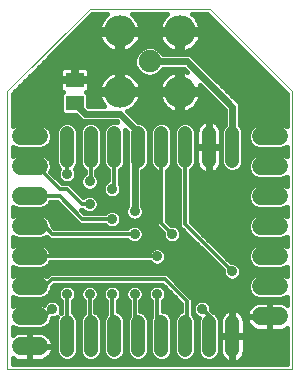
<source format=gtl>
G75*
%MOIN*%
%OFA0B0*%
%FSLAX25Y25*%
%IPPOS*%
%LPD*%
%AMOC8*
5,1,8,0,0,1.08239X$1,22.5*
%
%ADD10C,0.00000*%
%ADD11C,0.06000*%
%ADD12C,0.04724*%
%ADD13C,0.07500*%
%ADD14C,0.10500*%
%ADD15R,0.06299X0.05118*%
%ADD16C,0.01600*%
%ADD17C,0.03562*%
%ADD18C,0.01200*%
%ADD19C,0.02400*%
D10*
X0001800Y0001800D02*
X0001800Y0094300D01*
X0029300Y0121800D01*
X0069300Y0121800D01*
X0096800Y0094300D01*
X0096800Y0001800D01*
X0001800Y0001800D01*
D11*
X0006300Y0009300D02*
X0012300Y0009300D01*
X0012300Y0019300D02*
X0006300Y0019300D01*
X0006300Y0029300D02*
X0012300Y0029300D01*
X0012300Y0039300D02*
X0006300Y0039300D01*
X0006300Y0049300D02*
X0012300Y0049300D01*
X0012300Y0059300D02*
X0006300Y0059300D01*
X0006300Y0069300D02*
X0012300Y0069300D01*
X0012300Y0079300D02*
X0006300Y0079300D01*
X0086300Y0079300D02*
X0092300Y0079300D01*
X0092300Y0069300D02*
X0086300Y0069300D01*
X0086300Y0059300D02*
X0092300Y0059300D01*
X0092300Y0049300D02*
X0086300Y0049300D01*
X0086300Y0039300D02*
X0092300Y0039300D01*
X0092300Y0029300D02*
X0086300Y0029300D01*
X0086300Y0019300D02*
X0092300Y0019300D01*
D12*
X0076859Y0017528D02*
X0076859Y0008080D01*
X0068985Y0008080D02*
X0068985Y0017528D01*
X0061111Y0017528D02*
X0061111Y0008080D01*
X0053237Y0008080D02*
X0053237Y0017528D01*
X0045363Y0017528D02*
X0045363Y0008080D01*
X0037489Y0008080D02*
X0037489Y0017528D01*
X0029615Y0017528D02*
X0029615Y0008080D01*
X0021741Y0008080D02*
X0021741Y0017528D01*
X0021741Y0071072D02*
X0021741Y0080520D01*
X0029615Y0080520D02*
X0029615Y0071072D01*
X0037489Y0071072D02*
X0037489Y0080520D01*
X0045363Y0080520D02*
X0045363Y0071072D01*
X0053237Y0071072D02*
X0053237Y0080520D01*
X0061111Y0080520D02*
X0061111Y0071072D01*
X0068985Y0071072D02*
X0068985Y0080520D01*
X0076859Y0080520D02*
X0076859Y0071072D01*
D13*
X0049300Y0104300D03*
D14*
X0059339Y0094261D03*
X0059339Y0114339D03*
X0039261Y0114339D03*
X0039261Y0094261D03*
D15*
X0024300Y0090363D03*
X0024300Y0098237D03*
D16*
X0024780Y0098717D02*
X0023820Y0098717D01*
X0023820Y0102596D01*
X0020913Y0102596D01*
X0020456Y0102473D01*
X0020045Y0102236D01*
X0019710Y0101901D01*
X0019473Y0101491D01*
X0019350Y0101033D01*
X0019350Y0098717D01*
X0023820Y0098717D01*
X0023820Y0097757D01*
X0019350Y0097757D01*
X0019350Y0095441D01*
X0019473Y0094983D01*
X0019710Y0094573D01*
X0020045Y0094238D01*
X0020414Y0094024D01*
X0019850Y0093461D01*
X0019850Y0087265D01*
X0020612Y0086504D01*
X0024624Y0086504D01*
X0026447Y0084681D01*
X0027366Y0084300D01*
X0038264Y0084300D01*
X0038498Y0084066D01*
X0038217Y0084183D01*
X0036761Y0084183D01*
X0035414Y0083625D01*
X0034384Y0082595D01*
X0033827Y0081249D01*
X0033827Y0070343D01*
X0034384Y0068997D01*
X0035414Y0067967D01*
X0035589Y0067895D01*
X0035589Y0064633D01*
X0035055Y0064412D01*
X0034188Y0063545D01*
X0033719Y0062413D01*
X0033719Y0061187D01*
X0034188Y0060055D01*
X0035055Y0059188D01*
X0036187Y0058719D01*
X0037413Y0058719D01*
X0038545Y0059188D01*
X0039412Y0060055D01*
X0039881Y0061187D01*
X0039881Y0062413D01*
X0039412Y0063545D01*
X0039389Y0063568D01*
X0039389Y0067895D01*
X0039563Y0067967D01*
X0040594Y0068997D01*
X0041151Y0070343D01*
X0041151Y0081249D01*
X0041035Y0081530D01*
X0041701Y0080864D01*
X0041701Y0070343D01*
X0041800Y0070104D01*
X0041800Y0056157D01*
X0041688Y0056045D01*
X0041219Y0054913D01*
X0041219Y0053687D01*
X0041688Y0052555D01*
X0042555Y0051688D01*
X0043687Y0051219D01*
X0044913Y0051219D01*
X0046045Y0051688D01*
X0046912Y0052555D01*
X0047381Y0053687D01*
X0047381Y0054913D01*
X0046912Y0056045D01*
X0046800Y0056157D01*
X0046800Y0067703D01*
X0047437Y0067967D01*
X0048468Y0068997D01*
X0049025Y0070343D01*
X0049025Y0081249D01*
X0048468Y0082595D01*
X0047437Y0083625D01*
X0046091Y0084183D01*
X0045453Y0084183D01*
X0041909Y0087727D01*
X0042386Y0087925D01*
X0043186Y0088387D01*
X0043919Y0088949D01*
X0044573Y0089603D01*
X0045135Y0090336D01*
X0045598Y0091136D01*
X0045951Y0091990D01*
X0046190Y0092883D01*
X0046267Y0093461D01*
X0040061Y0093461D01*
X0040061Y0095061D01*
X0038461Y0095061D01*
X0038461Y0093461D01*
X0032256Y0093461D01*
X0032332Y0092883D01*
X0032571Y0091990D01*
X0032925Y0091136D01*
X0033387Y0090336D01*
X0033949Y0089603D01*
X0034252Y0089300D01*
X0028899Y0089300D01*
X0028750Y0089449D01*
X0028750Y0093461D01*
X0028186Y0094024D01*
X0028555Y0094238D01*
X0028890Y0094573D01*
X0029127Y0094983D01*
X0029250Y0095441D01*
X0029250Y0097757D01*
X0024780Y0097757D01*
X0024780Y0098717D01*
X0024780Y0102596D01*
X0027687Y0102596D01*
X0028144Y0102473D01*
X0028555Y0102236D01*
X0028890Y0101901D01*
X0029127Y0101491D01*
X0029250Y0101033D01*
X0029250Y0098717D01*
X0024780Y0098717D01*
X0024780Y0099309D02*
X0023820Y0099309D01*
X0023820Y0100908D02*
X0024780Y0100908D01*
X0024780Y0102506D02*
X0023820Y0102506D01*
X0020578Y0102506D02*
X0012552Y0102506D01*
X0010953Y0100908D02*
X0019350Y0100908D01*
X0019350Y0099309D02*
X0009355Y0099309D01*
X0007756Y0097711D02*
X0019350Y0097711D01*
X0019350Y0096112D02*
X0006158Y0096112D01*
X0004559Y0094514D02*
X0019769Y0094514D01*
X0019850Y0092915D02*
X0003600Y0092915D01*
X0003600Y0093554D02*
X0030046Y0120000D01*
X0035058Y0120000D01*
X0034603Y0119651D01*
X0033949Y0118997D01*
X0033387Y0118264D01*
X0032925Y0117464D01*
X0032571Y0116610D01*
X0032332Y0115717D01*
X0032256Y0115139D01*
X0038461Y0115139D01*
X0038461Y0113539D01*
X0032256Y0113539D01*
X0032332Y0112961D01*
X0032571Y0112068D01*
X0032925Y0111214D01*
X0033387Y0110414D01*
X0033949Y0109681D01*
X0034603Y0109027D01*
X0035336Y0108465D01*
X0036136Y0108002D01*
X0036990Y0107649D01*
X0037883Y0107410D01*
X0038461Y0107333D01*
X0038461Y0113539D01*
X0040061Y0113539D01*
X0040061Y0115139D01*
X0046267Y0115139D01*
X0046190Y0115717D01*
X0045951Y0116610D01*
X0045598Y0117464D01*
X0045135Y0118264D01*
X0044573Y0118997D01*
X0043919Y0119651D01*
X0043464Y0120000D01*
X0055136Y0120000D01*
X0054681Y0119651D01*
X0054027Y0118997D01*
X0053465Y0118264D01*
X0053002Y0117464D01*
X0052649Y0116610D01*
X0052410Y0115717D01*
X0052333Y0115139D01*
X0058539Y0115139D01*
X0058539Y0113539D01*
X0060139Y0113539D01*
X0060139Y0115139D01*
X0066344Y0115139D01*
X0066268Y0115717D01*
X0066029Y0116610D01*
X0065675Y0117464D01*
X0065213Y0118264D01*
X0064651Y0118997D01*
X0063997Y0119651D01*
X0063542Y0120000D01*
X0068554Y0120000D01*
X0095000Y0093554D01*
X0095000Y0082681D01*
X0094736Y0082945D01*
X0093155Y0083600D01*
X0085445Y0083600D01*
X0083864Y0082945D01*
X0082655Y0081736D01*
X0082000Y0080155D01*
X0082000Y0078445D01*
X0082655Y0076864D01*
X0083864Y0075655D01*
X0085445Y0075000D01*
X0093155Y0075000D01*
X0094736Y0075655D01*
X0095000Y0075919D01*
X0095000Y0072681D01*
X0094736Y0072945D01*
X0093155Y0073600D01*
X0085445Y0073600D01*
X0083864Y0072945D01*
X0082655Y0071736D01*
X0082000Y0070155D01*
X0082000Y0068445D01*
X0082655Y0066864D01*
X0083864Y0065655D01*
X0085445Y0065000D01*
X0093155Y0065000D01*
X0094736Y0065655D01*
X0095000Y0065919D01*
X0095000Y0062681D01*
X0094736Y0062945D01*
X0093155Y0063600D01*
X0085445Y0063600D01*
X0083864Y0062945D01*
X0082655Y0061736D01*
X0082000Y0060155D01*
X0082000Y0058445D01*
X0082655Y0056864D01*
X0083864Y0055655D01*
X0085445Y0055000D01*
X0093155Y0055000D01*
X0094736Y0055655D01*
X0095000Y0055919D01*
X0095000Y0052681D01*
X0094736Y0052945D01*
X0093155Y0053600D01*
X0085445Y0053600D01*
X0083864Y0052945D01*
X0082655Y0051736D01*
X0082000Y0050155D01*
X0082000Y0048445D01*
X0082655Y0046864D01*
X0083864Y0045655D01*
X0085445Y0045000D01*
X0093155Y0045000D01*
X0094736Y0045655D01*
X0095000Y0045919D01*
X0095000Y0042681D01*
X0094736Y0042945D01*
X0093155Y0043600D01*
X0085445Y0043600D01*
X0083864Y0042945D01*
X0082655Y0041736D01*
X0082000Y0040155D01*
X0082000Y0038445D01*
X0082655Y0036864D01*
X0083864Y0035655D01*
X0085445Y0035000D01*
X0093155Y0035000D01*
X0094736Y0035655D01*
X0095000Y0035919D01*
X0095000Y0032681D01*
X0094736Y0032945D01*
X0093155Y0033600D01*
X0085445Y0033600D01*
X0083864Y0032945D01*
X0082655Y0031736D01*
X0082000Y0030155D01*
X0082000Y0028445D01*
X0082655Y0026864D01*
X0083864Y0025655D01*
X0085445Y0025000D01*
X0093155Y0025000D01*
X0094736Y0025655D01*
X0095000Y0025919D01*
X0095000Y0023271D01*
X0094816Y0023405D01*
X0094143Y0023748D01*
X0093424Y0023982D01*
X0092678Y0024100D01*
X0089500Y0024100D01*
X0089500Y0019500D01*
X0089100Y0019500D01*
X0089100Y0024100D01*
X0085922Y0024100D01*
X0085176Y0023982D01*
X0084457Y0023748D01*
X0083784Y0023405D01*
X0083173Y0022961D01*
X0082639Y0022427D01*
X0082195Y0021816D01*
X0081852Y0021143D01*
X0081618Y0020424D01*
X0081500Y0019678D01*
X0081500Y0019500D01*
X0089100Y0019500D01*
X0089100Y0019100D01*
X0089500Y0019100D01*
X0089500Y0014500D01*
X0092678Y0014500D01*
X0093424Y0014618D01*
X0094143Y0014852D01*
X0094816Y0015195D01*
X0095000Y0015329D01*
X0095000Y0003600D01*
X0003600Y0003600D01*
X0003600Y0005329D01*
X0003784Y0005195D01*
X0004457Y0004852D01*
X0005176Y0004618D01*
X0005922Y0004500D01*
X0009100Y0004500D01*
X0009100Y0009100D01*
X0009500Y0009100D01*
X0009500Y0009500D01*
X0009100Y0009500D01*
X0009100Y0014100D01*
X0005922Y0014100D01*
X0005176Y0013982D01*
X0004457Y0013748D01*
X0003784Y0013405D01*
X0003600Y0013271D01*
X0003600Y0015919D01*
X0003864Y0015655D01*
X0005445Y0015000D01*
X0013155Y0015000D01*
X0014736Y0015655D01*
X0015945Y0016864D01*
X0016600Y0018445D01*
X0016600Y0018719D01*
X0017413Y0018719D01*
X0018448Y0019148D01*
X0018079Y0018257D01*
X0018079Y0007351D01*
X0018636Y0006005D01*
X0019666Y0004975D01*
X0021012Y0004417D01*
X0022469Y0004417D01*
X0023815Y0004975D01*
X0024846Y0006005D01*
X0025403Y0007351D01*
X0025403Y0018257D01*
X0024846Y0019603D01*
X0023815Y0020633D01*
X0023700Y0020681D01*
X0023700Y0024343D01*
X0024412Y0025055D01*
X0024881Y0026187D01*
X0024881Y0027413D01*
X0024412Y0028545D01*
X0023545Y0029412D01*
X0022413Y0029881D01*
X0021187Y0029881D01*
X0020055Y0029412D01*
X0019188Y0028545D01*
X0018719Y0027413D01*
X0018719Y0026187D01*
X0019188Y0025055D01*
X0019900Y0024343D01*
X0019900Y0020730D01*
X0019666Y0020633D01*
X0019641Y0020608D01*
X0019881Y0021187D01*
X0019881Y0022413D01*
X0019412Y0023545D01*
X0018545Y0024412D01*
X0017413Y0024881D01*
X0016187Y0024881D01*
X0015055Y0024412D01*
X0014188Y0023545D01*
X0014056Y0023227D01*
X0013155Y0023600D01*
X0005445Y0023600D01*
X0003864Y0022945D01*
X0003600Y0022681D01*
X0003600Y0025919D01*
X0003864Y0025655D01*
X0005445Y0025000D01*
X0013155Y0025000D01*
X0014736Y0025655D01*
X0015945Y0026864D01*
X0016600Y0028445D01*
X0016600Y0028913D01*
X0017587Y0029900D01*
X0053513Y0029900D01*
X0059900Y0023513D01*
X0059900Y0020991D01*
X0059037Y0020633D01*
X0058006Y0019603D01*
X0057449Y0018257D01*
X0057449Y0007351D01*
X0058006Y0006005D01*
X0059037Y0004975D01*
X0060383Y0004417D01*
X0061839Y0004417D01*
X0063185Y0004975D01*
X0064216Y0006005D01*
X0064773Y0007351D01*
X0064773Y0018257D01*
X0064216Y0019603D01*
X0063700Y0020119D01*
X0063700Y0025087D01*
X0062587Y0026200D01*
X0055087Y0033700D01*
X0016013Y0033700D01*
X0014997Y0032684D01*
X0014736Y0032945D01*
X0013155Y0033600D01*
X0005445Y0033600D01*
X0003864Y0032945D01*
X0003600Y0032681D01*
X0003600Y0035919D01*
X0003864Y0035655D01*
X0005445Y0035000D01*
X0013155Y0035000D01*
X0014736Y0035655D01*
X0015945Y0036864D01*
X0016167Y0037400D01*
X0049343Y0037400D01*
X0050055Y0036688D01*
X0051187Y0036219D01*
X0052413Y0036219D01*
X0053545Y0036688D01*
X0054412Y0037555D01*
X0054881Y0038687D01*
X0054881Y0039913D01*
X0054412Y0041045D01*
X0053545Y0041912D01*
X0052413Y0042381D01*
X0051187Y0042381D01*
X0050055Y0041912D01*
X0049343Y0041200D01*
X0016167Y0041200D01*
X0015945Y0041736D01*
X0014736Y0042945D01*
X0013155Y0043600D01*
X0005445Y0043600D01*
X0003864Y0042945D01*
X0003600Y0042681D01*
X0003600Y0045919D01*
X0003864Y0045655D01*
X0005445Y0045000D01*
X0013155Y0045000D01*
X0014736Y0045655D01*
X0014997Y0045916D01*
X0016013Y0044900D01*
X0041843Y0044900D01*
X0042555Y0044188D01*
X0043687Y0043719D01*
X0044913Y0043719D01*
X0046045Y0044188D01*
X0046912Y0045055D01*
X0047381Y0046187D01*
X0047381Y0047413D01*
X0046912Y0048545D01*
X0046045Y0049412D01*
X0044913Y0049881D01*
X0043687Y0049881D01*
X0042555Y0049412D01*
X0041843Y0048700D01*
X0017587Y0048700D01*
X0016600Y0049687D01*
X0016600Y0050155D01*
X0015945Y0051736D01*
X0014736Y0052945D01*
X0013155Y0053600D01*
X0005445Y0053600D01*
X0003864Y0052945D01*
X0003600Y0052681D01*
X0003600Y0055919D01*
X0003864Y0055655D01*
X0005445Y0055000D01*
X0013155Y0055000D01*
X0014736Y0055655D01*
X0015945Y0056864D01*
X0016167Y0057400D01*
X0018513Y0057400D01*
X0024900Y0051013D01*
X0026013Y0049900D01*
X0034343Y0049900D01*
X0035055Y0049188D01*
X0036187Y0048719D01*
X0037413Y0048719D01*
X0038545Y0049188D01*
X0039412Y0050055D01*
X0039881Y0051187D01*
X0039881Y0052413D01*
X0039412Y0053545D01*
X0038545Y0054412D01*
X0037413Y0054881D01*
X0036187Y0054881D01*
X0035055Y0054412D01*
X0034343Y0053700D01*
X0027587Y0053700D01*
X0026387Y0054900D01*
X0026843Y0054900D01*
X0027555Y0054188D01*
X0028687Y0053719D01*
X0029913Y0053719D01*
X0031045Y0054188D01*
X0031912Y0055055D01*
X0032381Y0056187D01*
X0032381Y0057413D01*
X0031912Y0058545D01*
X0031045Y0059412D01*
X0029913Y0059881D01*
X0028687Y0059881D01*
X0027555Y0059412D01*
X0027215Y0059072D01*
X0023700Y0062587D01*
X0022587Y0063700D01*
X0020087Y0063700D01*
X0016232Y0067555D01*
X0016600Y0068445D01*
X0016600Y0070155D01*
X0015945Y0071736D01*
X0014736Y0072945D01*
X0013155Y0073600D01*
X0005445Y0073600D01*
X0003864Y0072945D01*
X0003600Y0072681D01*
X0003600Y0075919D01*
X0003864Y0075655D01*
X0005445Y0075000D01*
X0013155Y0075000D01*
X0014736Y0075655D01*
X0015945Y0076864D01*
X0016600Y0078445D01*
X0016600Y0080155D01*
X0015945Y0081736D01*
X0014736Y0082945D01*
X0013155Y0083600D01*
X0005445Y0083600D01*
X0003864Y0082945D01*
X0003600Y0082681D01*
X0003600Y0093554D01*
X0003600Y0091317D02*
X0019850Y0091317D01*
X0019850Y0089718D02*
X0003600Y0089718D01*
X0003600Y0088120D02*
X0019850Y0088120D01*
X0020595Y0086521D02*
X0003600Y0086521D01*
X0003600Y0084923D02*
X0026205Y0084923D01*
X0027540Y0083625D02*
X0026510Y0082595D01*
X0025953Y0081249D01*
X0025953Y0070343D01*
X0026510Y0068997D01*
X0027540Y0067967D01*
X0027715Y0067895D01*
X0027715Y0066978D01*
X0027555Y0066912D01*
X0026688Y0066045D01*
X0026219Y0064913D01*
X0026219Y0063687D01*
X0026688Y0062555D01*
X0027555Y0061688D01*
X0028687Y0061219D01*
X0029913Y0061219D01*
X0031045Y0061688D01*
X0031912Y0062555D01*
X0032381Y0063687D01*
X0032381Y0064913D01*
X0031912Y0066045D01*
X0031515Y0066442D01*
X0031515Y0067895D01*
X0031689Y0067967D01*
X0032720Y0068997D01*
X0033277Y0070343D01*
X0033277Y0081249D01*
X0032720Y0082595D01*
X0031689Y0083625D01*
X0030343Y0084183D01*
X0028886Y0084183D01*
X0027540Y0083625D01*
X0027239Y0083324D02*
X0024116Y0083324D01*
X0023815Y0083625D02*
X0022469Y0084183D01*
X0021012Y0084183D01*
X0019666Y0083625D01*
X0018636Y0082595D01*
X0018079Y0081249D01*
X0018079Y0070343D01*
X0018636Y0068997D01*
X0019159Y0068475D01*
X0018719Y0067413D01*
X0018719Y0066187D01*
X0019188Y0065055D01*
X0020055Y0064188D01*
X0021187Y0063719D01*
X0022413Y0063719D01*
X0023545Y0064188D01*
X0024412Y0065055D01*
X0024881Y0066187D01*
X0024881Y0067413D01*
X0024412Y0068545D01*
X0024403Y0068554D01*
X0024846Y0068997D01*
X0025403Y0070343D01*
X0025403Y0081249D01*
X0024846Y0082595D01*
X0023815Y0083625D01*
X0025206Y0081726D02*
X0026150Y0081726D01*
X0025953Y0080127D02*
X0025403Y0080127D01*
X0025403Y0078529D02*
X0025953Y0078529D01*
X0025953Y0076930D02*
X0025403Y0076930D01*
X0025403Y0075332D02*
X0025953Y0075332D01*
X0025953Y0073733D02*
X0025403Y0073733D01*
X0025403Y0072134D02*
X0025953Y0072134D01*
X0025953Y0070536D02*
X0025403Y0070536D01*
X0024786Y0068937D02*
X0026570Y0068937D01*
X0027715Y0067339D02*
X0024881Y0067339D01*
X0024696Y0065740D02*
X0026562Y0065740D01*
X0026219Y0064142D02*
X0023434Y0064142D01*
X0023744Y0062543D02*
X0026699Y0062543D01*
X0025342Y0060945D02*
X0033819Y0060945D01*
X0033773Y0062543D02*
X0031901Y0062543D01*
X0032381Y0064142D02*
X0034785Y0064142D01*
X0035589Y0065740D02*
X0032038Y0065740D01*
X0031515Y0067339D02*
X0035589Y0067339D01*
X0034444Y0068937D02*
X0032660Y0068937D01*
X0033277Y0070536D02*
X0033827Y0070536D01*
X0033827Y0072134D02*
X0033277Y0072134D01*
X0033277Y0073733D02*
X0033827Y0073733D01*
X0033827Y0075332D02*
X0033277Y0075332D01*
X0033277Y0076930D02*
X0033827Y0076930D01*
X0033827Y0078529D02*
X0033277Y0078529D01*
X0033277Y0080127D02*
X0033827Y0080127D01*
X0034024Y0081726D02*
X0033080Y0081726D01*
X0031990Y0083324D02*
X0035113Y0083324D01*
X0033861Y0089718D02*
X0028750Y0089718D01*
X0028750Y0091317D02*
X0032850Y0091317D01*
X0032327Y0092915D02*
X0028750Y0092915D01*
X0028831Y0094514D02*
X0038461Y0094514D01*
X0038461Y0095061D02*
X0032256Y0095061D01*
X0032332Y0095639D01*
X0032571Y0096532D01*
X0032925Y0097386D01*
X0033387Y0098186D01*
X0033949Y0098919D01*
X0034603Y0099573D01*
X0035336Y0100135D01*
X0036136Y0100598D01*
X0036990Y0100951D01*
X0037883Y0101190D01*
X0038461Y0101267D01*
X0038461Y0095061D01*
X0038461Y0096112D02*
X0040061Y0096112D01*
X0040061Y0095061D02*
X0040061Y0101267D01*
X0040639Y0101190D01*
X0041532Y0100951D01*
X0042386Y0100598D01*
X0043186Y0100135D01*
X0043919Y0099573D01*
X0044573Y0098919D01*
X0045135Y0098186D01*
X0045598Y0097386D01*
X0045951Y0096532D01*
X0046190Y0095639D01*
X0046267Y0095061D01*
X0040061Y0095061D01*
X0040061Y0094514D02*
X0058539Y0094514D01*
X0058539Y0095061D02*
X0058539Y0093461D01*
X0060139Y0093461D01*
X0060139Y0095061D01*
X0066344Y0095061D01*
X0066268Y0095639D01*
X0066029Y0096532D01*
X0066027Y0096538D01*
X0074359Y0088205D01*
X0074359Y0083200D01*
X0073754Y0082595D01*
X0073197Y0081249D01*
X0073197Y0070343D01*
X0073754Y0068997D01*
X0074785Y0067967D01*
X0076131Y0067409D01*
X0077588Y0067409D01*
X0078934Y0067967D01*
X0079964Y0068997D01*
X0080521Y0070343D01*
X0080521Y0081249D01*
X0079964Y0082595D01*
X0079359Y0083200D01*
X0079359Y0089738D01*
X0078978Y0090657D01*
X0063919Y0105716D01*
X0063216Y0106419D01*
X0062297Y0106800D01*
X0053731Y0106800D01*
X0053581Y0107161D01*
X0052161Y0108581D01*
X0050305Y0109350D01*
X0048295Y0109350D01*
X0046439Y0108581D01*
X0045019Y0107161D01*
X0044250Y0105305D01*
X0044250Y0103295D01*
X0045019Y0101439D01*
X0046439Y0100019D01*
X0048295Y0099250D01*
X0050305Y0099250D01*
X0052161Y0100019D01*
X0053581Y0101439D01*
X0053731Y0101800D01*
X0060764Y0101800D01*
X0061616Y0100949D01*
X0061610Y0100951D01*
X0060717Y0101190D01*
X0060139Y0101267D01*
X0060139Y0095061D01*
X0058539Y0095061D01*
X0058539Y0101267D01*
X0057961Y0101190D01*
X0057068Y0100951D01*
X0056214Y0100598D01*
X0055414Y0100135D01*
X0054681Y0099573D01*
X0054027Y0098919D01*
X0053465Y0098186D01*
X0053002Y0097386D01*
X0052649Y0096532D01*
X0052410Y0095639D01*
X0052333Y0095061D01*
X0058539Y0095061D01*
X0058539Y0096112D02*
X0060139Y0096112D01*
X0060139Y0094514D02*
X0068051Y0094514D01*
X0069649Y0092915D02*
X0066273Y0092915D01*
X0066268Y0092883D02*
X0066344Y0093461D01*
X0060139Y0093461D01*
X0060139Y0087255D01*
X0060717Y0087332D01*
X0061610Y0087571D01*
X0062464Y0087925D01*
X0063264Y0088387D01*
X0063997Y0088949D01*
X0064651Y0089603D01*
X0065213Y0090336D01*
X0065675Y0091136D01*
X0066029Y0091990D01*
X0066268Y0092883D01*
X0065750Y0091317D02*
X0071248Y0091317D01*
X0072846Y0089718D02*
X0064739Y0089718D01*
X0062802Y0088120D02*
X0074359Y0088120D01*
X0074359Y0086521D02*
X0043114Y0086521D01*
X0042724Y0088120D02*
X0055876Y0088120D01*
X0056214Y0087925D02*
X0055414Y0088387D01*
X0054681Y0088949D01*
X0054027Y0089603D01*
X0053465Y0090336D01*
X0053002Y0091136D01*
X0052649Y0091990D01*
X0052410Y0092883D01*
X0052333Y0093461D01*
X0058539Y0093461D01*
X0058539Y0087255D01*
X0057961Y0087332D01*
X0057068Y0087571D01*
X0056214Y0087925D01*
X0058539Y0088120D02*
X0060139Y0088120D01*
X0060139Y0089718D02*
X0058539Y0089718D01*
X0058539Y0091317D02*
X0060139Y0091317D01*
X0060139Y0092915D02*
X0058539Y0092915D01*
X0058539Y0097711D02*
X0060139Y0097711D01*
X0060139Y0099309D02*
X0058539Y0099309D01*
X0058539Y0100908D02*
X0060139Y0100908D01*
X0056963Y0100908D02*
X0053049Y0100908D01*
X0054417Y0099309D02*
X0050447Y0099309D01*
X0053190Y0097711D02*
X0045410Y0097711D01*
X0046064Y0096112D02*
X0052536Y0096112D01*
X0052405Y0092915D02*
X0046195Y0092915D01*
X0045672Y0091317D02*
X0052928Y0091317D01*
X0053939Y0089718D02*
X0044661Y0089718D01*
X0044713Y0084923D02*
X0074359Y0084923D01*
X0074359Y0083324D02*
X0072068Y0083324D01*
X0072160Y0083232D02*
X0071697Y0083695D01*
X0071166Y0084080D01*
X0070583Y0084378D01*
X0069960Y0084580D01*
X0069366Y0084674D01*
X0069366Y0076177D01*
X0073147Y0076177D01*
X0073147Y0080848D01*
X0073045Y0081495D01*
X0072842Y0082118D01*
X0072545Y0082702D01*
X0072160Y0083232D01*
X0072970Y0081726D02*
X0073394Y0081726D01*
X0073197Y0080127D02*
X0073147Y0080127D01*
X0073147Y0078529D02*
X0073197Y0078529D01*
X0073147Y0076930D02*
X0073197Y0076930D01*
X0073147Y0075415D02*
X0069366Y0075415D01*
X0069366Y0066918D01*
X0069960Y0067012D01*
X0070583Y0067214D01*
X0071166Y0067512D01*
X0071697Y0067897D01*
X0072160Y0068360D01*
X0072545Y0068890D01*
X0072842Y0069474D01*
X0073045Y0070097D01*
X0073147Y0070744D01*
X0073147Y0075415D01*
X0073147Y0075332D02*
X0073197Y0075332D01*
X0073147Y0073733D02*
X0073197Y0073733D01*
X0073147Y0072134D02*
X0073197Y0072134D01*
X0073197Y0070536D02*
X0073114Y0070536D01*
X0072569Y0068937D02*
X0073814Y0068937D01*
X0070827Y0067339D02*
X0082458Y0067339D01*
X0082000Y0068937D02*
X0079904Y0068937D01*
X0080521Y0070536D02*
X0082158Y0070536D01*
X0083053Y0072134D02*
X0080521Y0072134D01*
X0080521Y0073733D02*
X0095000Y0073733D01*
X0095000Y0075332D02*
X0093956Y0075332D01*
X0093821Y0083324D02*
X0095000Y0083324D01*
X0095000Y0084923D02*
X0079359Y0084923D01*
X0079359Y0083324D02*
X0084779Y0083324D01*
X0082650Y0081726D02*
X0080324Y0081726D01*
X0080521Y0080127D02*
X0082000Y0080127D01*
X0082000Y0078529D02*
X0080521Y0078529D01*
X0080521Y0076930D02*
X0082627Y0076930D01*
X0084644Y0075332D02*
X0080521Y0075332D01*
X0083778Y0065740D02*
X0063011Y0065740D01*
X0063011Y0067339D02*
X0067143Y0067339D01*
X0067387Y0067214D02*
X0068010Y0067012D01*
X0068604Y0066918D01*
X0068604Y0075415D01*
X0069366Y0075415D01*
X0069366Y0076177D01*
X0068604Y0076177D01*
X0068604Y0075415D01*
X0064823Y0075415D01*
X0064823Y0070744D01*
X0064925Y0070097D01*
X0065128Y0069474D01*
X0065425Y0068890D01*
X0065810Y0068360D01*
X0066274Y0067897D01*
X0066804Y0067512D01*
X0067387Y0067214D01*
X0068604Y0067339D02*
X0069366Y0067339D01*
X0069366Y0068937D02*
X0068604Y0068937D01*
X0068604Y0070536D02*
X0069366Y0070536D01*
X0069366Y0072134D02*
X0068604Y0072134D01*
X0068604Y0073733D02*
X0069366Y0073733D01*
X0069366Y0075332D02*
X0068604Y0075332D01*
X0068604Y0076177D02*
X0064823Y0076177D01*
X0064823Y0080848D01*
X0064925Y0081495D01*
X0065128Y0082118D01*
X0065425Y0082702D01*
X0065810Y0083232D01*
X0066274Y0083695D01*
X0066804Y0084080D01*
X0067387Y0084378D01*
X0068010Y0084580D01*
X0068604Y0084674D01*
X0068604Y0076177D01*
X0068604Y0076930D02*
X0069366Y0076930D01*
X0069366Y0078529D02*
X0068604Y0078529D01*
X0068604Y0080127D02*
X0069366Y0080127D01*
X0069366Y0081726D02*
X0068604Y0081726D01*
X0068604Y0083324D02*
X0069366Y0083324D01*
X0065902Y0083324D02*
X0063487Y0083324D01*
X0063185Y0083625D02*
X0061839Y0084183D01*
X0060383Y0084183D01*
X0059037Y0083625D01*
X0058006Y0082595D01*
X0057449Y0081249D01*
X0057449Y0070343D01*
X0058006Y0068997D01*
X0059037Y0067967D01*
X0059211Y0067895D01*
X0059211Y0049202D01*
X0073719Y0034694D01*
X0073719Y0033687D01*
X0074188Y0032555D01*
X0075055Y0031688D01*
X0076187Y0031219D01*
X0077413Y0031219D01*
X0078545Y0031688D01*
X0079412Y0032555D01*
X0079881Y0033687D01*
X0079881Y0034913D01*
X0079412Y0036045D01*
X0078545Y0036912D01*
X0077413Y0037381D01*
X0076406Y0037381D01*
X0063011Y0050776D01*
X0063011Y0067895D01*
X0063185Y0067967D01*
X0064216Y0068997D01*
X0064773Y0070343D01*
X0064773Y0081249D01*
X0064216Y0082595D01*
X0063185Y0083625D01*
X0064576Y0081726D02*
X0065000Y0081726D01*
X0064823Y0080127D02*
X0064773Y0080127D01*
X0064773Y0078529D02*
X0064823Y0078529D01*
X0064773Y0076930D02*
X0064823Y0076930D01*
X0064773Y0075332D02*
X0064823Y0075332D01*
X0064773Y0073733D02*
X0064823Y0073733D01*
X0064773Y0072134D02*
X0064823Y0072134D01*
X0064773Y0070536D02*
X0064856Y0070536D01*
X0065401Y0068937D02*
X0064156Y0068937D01*
X0063011Y0064142D02*
X0095000Y0064142D01*
X0095000Y0065740D02*
X0094822Y0065740D01*
X0095000Y0054551D02*
X0063011Y0054551D01*
X0063011Y0056149D02*
X0083369Y0056149D01*
X0082289Y0057748D02*
X0063011Y0057748D01*
X0063011Y0059346D02*
X0082000Y0059346D01*
X0082327Y0060945D02*
X0063011Y0060945D01*
X0063011Y0062543D02*
X0083462Y0062543D01*
X0083881Y0052952D02*
X0063011Y0052952D01*
X0063011Y0051354D02*
X0082496Y0051354D01*
X0082000Y0049755D02*
X0064032Y0049755D01*
X0065630Y0048157D02*
X0082119Y0048157D01*
X0082961Y0046558D02*
X0067229Y0046558D01*
X0068827Y0044960D02*
X0095000Y0044960D01*
X0095000Y0043361D02*
X0093732Y0043361D01*
X0094046Y0035369D02*
X0095000Y0035369D01*
X0095000Y0033770D02*
X0079881Y0033770D01*
X0079692Y0035369D02*
X0084554Y0035369D01*
X0082612Y0036967D02*
X0078412Y0036967D01*
X0075221Y0038566D02*
X0082000Y0038566D01*
X0082004Y0040164D02*
X0073623Y0040164D01*
X0072024Y0041763D02*
X0082682Y0041763D01*
X0084868Y0043361D02*
X0070426Y0043361D01*
X0068249Y0040164D02*
X0054777Y0040164D01*
X0054831Y0038566D02*
X0069847Y0038566D01*
X0071446Y0036967D02*
X0053825Y0036967D01*
X0056615Y0032172D02*
X0074571Y0032172D01*
X0073719Y0033770D02*
X0003600Y0033770D01*
X0003600Y0035369D02*
X0004554Y0035369D01*
X0004868Y0043361D02*
X0003600Y0043361D01*
X0003600Y0044960D02*
X0015953Y0044960D01*
X0013732Y0043361D02*
X0065052Y0043361D01*
X0063453Y0044960D02*
X0059317Y0044960D01*
X0059412Y0045055D02*
X0059881Y0046187D01*
X0059881Y0047413D01*
X0059412Y0048545D01*
X0058545Y0049412D01*
X0057413Y0049881D01*
X0056406Y0049881D01*
X0055137Y0051150D01*
X0055137Y0067895D01*
X0055311Y0067967D01*
X0056342Y0068997D01*
X0056899Y0070343D01*
X0056899Y0081249D01*
X0056342Y0082595D01*
X0055311Y0083625D01*
X0053965Y0084183D01*
X0052509Y0084183D01*
X0051163Y0083625D01*
X0050132Y0082595D01*
X0049575Y0081249D01*
X0049575Y0070343D01*
X0050132Y0068997D01*
X0051163Y0067967D01*
X0051337Y0067895D01*
X0051337Y0049576D01*
X0053719Y0047194D01*
X0053719Y0046187D01*
X0054188Y0045055D01*
X0055055Y0044188D01*
X0056187Y0043719D01*
X0057413Y0043719D01*
X0058545Y0044188D01*
X0059412Y0045055D01*
X0059881Y0046558D02*
X0061855Y0046558D01*
X0060256Y0048157D02*
X0059573Y0048157D01*
X0059211Y0049755D02*
X0057716Y0049755D01*
X0059211Y0051354D02*
X0055137Y0051354D01*
X0055137Y0052952D02*
X0059211Y0052952D01*
X0059211Y0054551D02*
X0055137Y0054551D01*
X0055137Y0056149D02*
X0059211Y0056149D01*
X0059211Y0057748D02*
X0055137Y0057748D01*
X0055137Y0059346D02*
X0059211Y0059346D01*
X0059211Y0060945D02*
X0055137Y0060945D01*
X0055137Y0062543D02*
X0059211Y0062543D01*
X0059211Y0064142D02*
X0055137Y0064142D01*
X0055137Y0065740D02*
X0059211Y0065740D01*
X0059211Y0067339D02*
X0055137Y0067339D01*
X0056282Y0068937D02*
X0058066Y0068937D01*
X0057449Y0070536D02*
X0056899Y0070536D01*
X0056899Y0072134D02*
X0057449Y0072134D01*
X0057449Y0073733D02*
X0056899Y0073733D01*
X0056899Y0075332D02*
X0057449Y0075332D01*
X0057449Y0076930D02*
X0056899Y0076930D01*
X0056899Y0078529D02*
X0057449Y0078529D01*
X0057449Y0080127D02*
X0056899Y0080127D01*
X0056702Y0081726D02*
X0057646Y0081726D01*
X0058735Y0083324D02*
X0055613Y0083324D01*
X0050861Y0083324D02*
X0047739Y0083324D01*
X0048828Y0081726D02*
X0049772Y0081726D01*
X0049575Y0080127D02*
X0049025Y0080127D01*
X0049025Y0078529D02*
X0049575Y0078529D01*
X0049575Y0076930D02*
X0049025Y0076930D01*
X0049025Y0075332D02*
X0049575Y0075332D01*
X0049575Y0073733D02*
X0049025Y0073733D01*
X0049025Y0072134D02*
X0049575Y0072134D01*
X0049575Y0070536D02*
X0049025Y0070536D01*
X0048408Y0068937D02*
X0050192Y0068937D01*
X0051337Y0067339D02*
X0046800Y0067339D01*
X0046800Y0065740D02*
X0051337Y0065740D01*
X0051337Y0064142D02*
X0046800Y0064142D01*
X0046800Y0062543D02*
X0051337Y0062543D01*
X0051337Y0060945D02*
X0046800Y0060945D01*
X0046800Y0059346D02*
X0051337Y0059346D01*
X0051337Y0057748D02*
X0046800Y0057748D01*
X0046808Y0056149D02*
X0051337Y0056149D01*
X0051337Y0054551D02*
X0047381Y0054551D01*
X0047077Y0052952D02*
X0051337Y0052952D01*
X0051337Y0051354D02*
X0045239Y0051354D01*
X0045216Y0049755D02*
X0051337Y0049755D01*
X0052756Y0048157D02*
X0047073Y0048157D01*
X0047381Y0046558D02*
X0053719Y0046558D01*
X0054283Y0044960D02*
X0046817Y0044960D01*
X0049905Y0041763D02*
X0015918Y0041763D01*
X0015988Y0036967D02*
X0049775Y0036967D01*
X0053695Y0041763D02*
X0066650Y0041763D01*
X0073044Y0035369D02*
X0014046Y0035369D01*
X0016662Y0028975D02*
X0019617Y0028975D01*
X0018719Y0027376D02*
X0016157Y0027376D01*
X0014859Y0025778D02*
X0018888Y0025778D01*
X0018778Y0024179D02*
X0019900Y0024179D01*
X0019900Y0022581D02*
X0019812Y0022581D01*
X0019796Y0020982D02*
X0019900Y0020982D01*
X0018079Y0017785D02*
X0016327Y0017785D01*
X0015268Y0016187D02*
X0018079Y0016187D01*
X0018079Y0014588D02*
X0003600Y0014588D01*
X0009100Y0012990D02*
X0009500Y0012990D01*
X0009500Y0014100D02*
X0009500Y0009500D01*
X0017100Y0009500D01*
X0017100Y0009678D01*
X0016982Y0010424D01*
X0016748Y0011143D01*
X0016405Y0011816D01*
X0015961Y0012427D01*
X0015427Y0012961D01*
X0014816Y0013405D01*
X0014143Y0013748D01*
X0013424Y0013982D01*
X0012678Y0014100D01*
X0009500Y0014100D01*
X0009500Y0011391D02*
X0009100Y0011391D01*
X0009100Y0009793D02*
X0009500Y0009793D01*
X0009500Y0009100D02*
X0017100Y0009100D01*
X0017100Y0008922D01*
X0016982Y0008176D01*
X0016748Y0007457D01*
X0016405Y0006784D01*
X0015961Y0006173D01*
X0015427Y0005639D01*
X0014816Y0005195D01*
X0014143Y0004852D01*
X0013424Y0004618D01*
X0012678Y0004500D01*
X0009500Y0004500D01*
X0009500Y0009100D01*
X0009500Y0008194D02*
X0009100Y0008194D01*
X0009100Y0006596D02*
X0009500Y0006596D01*
X0009500Y0004997D02*
X0009100Y0004997D01*
X0004172Y0004997D02*
X0003600Y0004997D01*
X0014428Y0004997D02*
X0019644Y0004997D01*
X0018392Y0006596D02*
X0016268Y0006596D01*
X0016985Y0008194D02*
X0018079Y0008194D01*
X0018079Y0009793D02*
X0017082Y0009793D01*
X0016622Y0011391D02*
X0018079Y0011391D01*
X0018079Y0012990D02*
X0015388Y0012990D01*
X0014822Y0024179D02*
X0003600Y0024179D01*
X0003600Y0025778D02*
X0003741Y0025778D01*
X0016600Y0049755D02*
X0034487Y0049755D01*
X0035390Y0054551D02*
X0031408Y0054551D01*
X0032365Y0056149D02*
X0041792Y0056149D01*
X0041800Y0057748D02*
X0032242Y0057748D01*
X0031111Y0059346D02*
X0034896Y0059346D01*
X0038704Y0059346D02*
X0041800Y0059346D01*
X0041800Y0060945D02*
X0039781Y0060945D01*
X0039827Y0062543D02*
X0041800Y0062543D01*
X0041800Y0064142D02*
X0039389Y0064142D01*
X0039389Y0065740D02*
X0041800Y0065740D01*
X0041800Y0067339D02*
X0039389Y0067339D01*
X0040534Y0068937D02*
X0041800Y0068937D01*
X0041701Y0070536D02*
X0041151Y0070536D01*
X0041151Y0072134D02*
X0041701Y0072134D01*
X0041701Y0073733D02*
X0041151Y0073733D01*
X0041151Y0075332D02*
X0041701Y0075332D01*
X0041701Y0076930D02*
X0041151Y0076930D01*
X0041151Y0078529D02*
X0041701Y0078529D01*
X0041701Y0080127D02*
X0041151Y0080127D01*
X0032458Y0096112D02*
X0029250Y0096112D01*
X0029250Y0097711D02*
X0033112Y0097711D01*
X0034339Y0099309D02*
X0029250Y0099309D01*
X0029250Y0100908D02*
X0036885Y0100908D01*
X0038461Y0100908D02*
X0040061Y0100908D01*
X0040061Y0099309D02*
X0038461Y0099309D01*
X0038461Y0097711D02*
X0040061Y0097711D01*
X0041637Y0100908D02*
X0045551Y0100908D01*
X0044577Y0102506D02*
X0028022Y0102506D01*
X0034768Y0108900D02*
X0018946Y0108900D01*
X0020544Y0110499D02*
X0033338Y0110499D01*
X0032563Y0112097D02*
X0022143Y0112097D01*
X0023741Y0113696D02*
X0038461Y0113696D01*
X0038461Y0112097D02*
X0040061Y0112097D01*
X0040061Y0113539D02*
X0040061Y0107333D01*
X0040639Y0107410D01*
X0041532Y0107649D01*
X0042386Y0108002D01*
X0043186Y0108465D01*
X0043919Y0109027D01*
X0044573Y0109681D01*
X0045135Y0110414D01*
X0045598Y0111214D01*
X0045951Y0112068D01*
X0046190Y0112961D01*
X0046267Y0113539D01*
X0040061Y0113539D01*
X0040061Y0113696D02*
X0058539Y0113696D01*
X0058539Y0113539D02*
X0052333Y0113539D01*
X0052410Y0112961D01*
X0052649Y0112068D01*
X0053002Y0111214D01*
X0053465Y0110414D01*
X0054027Y0109681D01*
X0054681Y0109027D01*
X0055414Y0108465D01*
X0056214Y0108002D01*
X0057068Y0107649D01*
X0057961Y0107410D01*
X0058539Y0107333D01*
X0058539Y0113539D01*
X0058539Y0112097D02*
X0060139Y0112097D01*
X0060139Y0113539D02*
X0060139Y0107333D01*
X0060717Y0107410D01*
X0061610Y0107649D01*
X0062464Y0108002D01*
X0063264Y0108465D01*
X0063997Y0109027D01*
X0064651Y0109681D01*
X0065213Y0110414D01*
X0065675Y0111214D01*
X0066029Y0112068D01*
X0066268Y0112961D01*
X0066344Y0113539D01*
X0060139Y0113539D01*
X0060139Y0113696D02*
X0074859Y0113696D01*
X0076457Y0112097D02*
X0066037Y0112097D01*
X0065262Y0110499D02*
X0078056Y0110499D01*
X0079654Y0108900D02*
X0063832Y0108900D01*
X0063919Y0105716D02*
X0063919Y0105716D01*
X0063932Y0105703D02*
X0082851Y0105703D01*
X0084450Y0104105D02*
X0065531Y0104105D01*
X0067129Y0102506D02*
X0086048Y0102506D01*
X0087647Y0100908D02*
X0068728Y0100908D01*
X0070326Y0099309D02*
X0089245Y0099309D01*
X0090844Y0097711D02*
X0071925Y0097711D01*
X0073523Y0096112D02*
X0092442Y0096112D01*
X0094041Y0094514D02*
X0075122Y0094514D01*
X0076720Y0092915D02*
X0095000Y0092915D01*
X0095000Y0091317D02*
X0078319Y0091317D01*
X0079359Y0089718D02*
X0095000Y0089718D01*
X0095000Y0088120D02*
X0079359Y0088120D01*
X0079359Y0086521D02*
X0095000Y0086521D01*
X0081253Y0107302D02*
X0053440Y0107302D01*
X0054846Y0108900D02*
X0051390Y0108900D01*
X0053415Y0110499D02*
X0045185Y0110499D01*
X0045959Y0112097D02*
X0052641Y0112097D01*
X0052354Y0115294D02*
X0046246Y0115294D01*
X0045834Y0116893D02*
X0052766Y0116893D01*
X0053639Y0118491D02*
X0044961Y0118491D01*
X0040061Y0110499D02*
X0038461Y0110499D01*
X0038461Y0108900D02*
X0040061Y0108900D01*
X0043754Y0108900D02*
X0047210Y0108900D01*
X0045160Y0107302D02*
X0017347Y0107302D01*
X0015749Y0105703D02*
X0044415Y0105703D01*
X0044250Y0104105D02*
X0014150Y0104105D01*
X0025340Y0115294D02*
X0032276Y0115294D01*
X0032688Y0116893D02*
X0026938Y0116893D01*
X0028537Y0118491D02*
X0033561Y0118491D01*
X0044183Y0099309D02*
X0048153Y0099309D01*
X0058539Y0108900D02*
X0060139Y0108900D01*
X0060139Y0110499D02*
X0058539Y0110499D01*
X0065039Y0118491D02*
X0070063Y0118491D01*
X0071662Y0116893D02*
X0065912Y0116893D01*
X0066324Y0115294D02*
X0073260Y0115294D01*
X0066452Y0096112D02*
X0066142Y0096112D01*
X0041219Y0054551D02*
X0038210Y0054551D01*
X0039658Y0052952D02*
X0041523Y0052952D01*
X0039881Y0051354D02*
X0043361Y0051354D01*
X0043384Y0049755D02*
X0039113Y0049755D01*
X0027192Y0054551D02*
X0026736Y0054551D01*
X0024559Y0051354D02*
X0016104Y0051354D01*
X0014719Y0052952D02*
X0022961Y0052952D01*
X0021362Y0054551D02*
X0003600Y0054551D01*
X0003600Y0052952D02*
X0003881Y0052952D01*
X0015230Y0056149D02*
X0019764Y0056149D01*
X0019645Y0064142D02*
X0020166Y0064142D01*
X0018904Y0065740D02*
X0018047Y0065740D01*
X0018719Y0067339D02*
X0016448Y0067339D01*
X0016600Y0068937D02*
X0018696Y0068937D01*
X0018079Y0070536D02*
X0016442Y0070536D01*
X0015547Y0072134D02*
X0018079Y0072134D01*
X0018079Y0073733D02*
X0003600Y0073733D01*
X0003600Y0075332D02*
X0004644Y0075332D01*
X0004779Y0083324D02*
X0003600Y0083324D01*
X0013821Y0083324D02*
X0019365Y0083324D01*
X0018276Y0081726D02*
X0015950Y0081726D01*
X0016600Y0080127D02*
X0018079Y0080127D01*
X0018079Y0078529D02*
X0016600Y0078529D01*
X0015973Y0076930D02*
X0018079Y0076930D01*
X0018079Y0075332D02*
X0013956Y0075332D01*
X0026941Y0059346D02*
X0027489Y0059346D01*
X0028687Y0029881D02*
X0027555Y0029412D01*
X0026688Y0028545D01*
X0026219Y0027413D01*
X0026219Y0026187D01*
X0026688Y0025055D01*
X0027400Y0024343D01*
X0027400Y0020493D01*
X0026510Y0019603D01*
X0025953Y0018257D01*
X0025953Y0007351D01*
X0026510Y0006005D01*
X0027540Y0004975D01*
X0028886Y0004417D01*
X0030343Y0004417D01*
X0031689Y0004975D01*
X0032720Y0006005D01*
X0033277Y0007351D01*
X0033277Y0018257D01*
X0032720Y0019603D01*
X0031689Y0020633D01*
X0031200Y0020836D01*
X0031200Y0024343D01*
X0031912Y0025055D01*
X0032381Y0026187D01*
X0032381Y0027413D01*
X0031912Y0028545D01*
X0031045Y0029412D01*
X0029913Y0029881D01*
X0028687Y0029881D01*
X0027117Y0028975D02*
X0023983Y0028975D01*
X0024881Y0027376D02*
X0026219Y0027376D01*
X0026388Y0025778D02*
X0024711Y0025778D01*
X0023700Y0024179D02*
X0027400Y0024179D01*
X0027400Y0022581D02*
X0023700Y0022581D01*
X0023700Y0020982D02*
X0027400Y0020982D01*
X0026420Y0019384D02*
X0024936Y0019384D01*
X0025403Y0017785D02*
X0025953Y0017785D01*
X0025953Y0016187D02*
X0025403Y0016187D01*
X0025403Y0014588D02*
X0025953Y0014588D01*
X0025953Y0012990D02*
X0025403Y0012990D01*
X0025403Y0011391D02*
X0025953Y0011391D01*
X0025953Y0009793D02*
X0025403Y0009793D01*
X0025403Y0008194D02*
X0025953Y0008194D01*
X0026266Y0006596D02*
X0025090Y0006596D01*
X0023838Y0004997D02*
X0027518Y0004997D01*
X0031712Y0004997D02*
X0035392Y0004997D01*
X0035414Y0004975D02*
X0036761Y0004417D01*
X0038217Y0004417D01*
X0039563Y0004975D01*
X0040594Y0006005D01*
X0041151Y0007351D01*
X0041151Y0018257D01*
X0040594Y0019603D01*
X0039563Y0020633D01*
X0038700Y0020991D01*
X0038700Y0024343D01*
X0039412Y0025055D01*
X0039881Y0026187D01*
X0039881Y0027413D01*
X0039412Y0028545D01*
X0038545Y0029412D01*
X0037413Y0029881D01*
X0036187Y0029881D01*
X0035055Y0029412D01*
X0034188Y0028545D01*
X0033719Y0027413D01*
X0033719Y0026187D01*
X0034188Y0025055D01*
X0034900Y0024343D01*
X0034900Y0020119D01*
X0034384Y0019603D01*
X0033827Y0018257D01*
X0033827Y0007351D01*
X0034384Y0006005D01*
X0035414Y0004975D01*
X0034140Y0006596D02*
X0032964Y0006596D01*
X0033277Y0008194D02*
X0033827Y0008194D01*
X0033827Y0009793D02*
X0033277Y0009793D01*
X0033277Y0011391D02*
X0033827Y0011391D01*
X0033827Y0012990D02*
X0033277Y0012990D01*
X0033277Y0014588D02*
X0033827Y0014588D01*
X0033827Y0016187D02*
X0033277Y0016187D01*
X0033277Y0017785D02*
X0033827Y0017785D01*
X0034294Y0019384D02*
X0032810Y0019384D01*
X0031200Y0020982D02*
X0034900Y0020982D01*
X0034900Y0022581D02*
X0031200Y0022581D01*
X0031200Y0024179D02*
X0034900Y0024179D01*
X0033888Y0025778D02*
X0032211Y0025778D01*
X0032381Y0027376D02*
X0033719Y0027376D01*
X0034617Y0028975D02*
X0031483Y0028975D01*
X0038983Y0028975D02*
X0042117Y0028975D01*
X0041688Y0028545D02*
X0041219Y0027413D01*
X0041219Y0026187D01*
X0041688Y0025055D01*
X0042400Y0024343D01*
X0042400Y0019745D01*
X0042258Y0019603D01*
X0041701Y0018257D01*
X0041701Y0007351D01*
X0042258Y0006005D01*
X0043289Y0004975D01*
X0044635Y0004417D01*
X0046091Y0004417D01*
X0047437Y0004975D01*
X0048468Y0006005D01*
X0049025Y0007351D01*
X0049025Y0018257D01*
X0048468Y0019603D01*
X0047437Y0020633D01*
X0046200Y0021146D01*
X0046200Y0024343D01*
X0046912Y0025055D01*
X0047381Y0026187D01*
X0047381Y0027413D01*
X0046912Y0028545D01*
X0046045Y0029412D01*
X0044913Y0029881D01*
X0043687Y0029881D01*
X0042555Y0029412D01*
X0041688Y0028545D01*
X0041219Y0027376D02*
X0039881Y0027376D01*
X0039711Y0025778D02*
X0041388Y0025778D01*
X0042400Y0024179D02*
X0038700Y0024179D01*
X0038700Y0022581D02*
X0042400Y0022581D01*
X0042400Y0020982D02*
X0038721Y0020982D01*
X0040684Y0019384D02*
X0042168Y0019384D01*
X0041701Y0017785D02*
X0041151Y0017785D01*
X0041151Y0016187D02*
X0041701Y0016187D01*
X0041701Y0014588D02*
X0041151Y0014588D01*
X0041151Y0012990D02*
X0041701Y0012990D01*
X0041701Y0011391D02*
X0041151Y0011391D01*
X0041151Y0009793D02*
X0041701Y0009793D01*
X0041701Y0008194D02*
X0041151Y0008194D01*
X0040838Y0006596D02*
X0042014Y0006596D01*
X0043266Y0004997D02*
X0039586Y0004997D01*
X0047460Y0004997D02*
X0051140Y0004997D01*
X0051163Y0004975D02*
X0052509Y0004417D01*
X0053965Y0004417D01*
X0055311Y0004975D01*
X0056342Y0006005D01*
X0056899Y0007351D01*
X0056899Y0018257D01*
X0056342Y0019603D01*
X0055311Y0020633D01*
X0053965Y0021191D01*
X0053700Y0021191D01*
X0053700Y0024343D01*
X0054412Y0025055D01*
X0054881Y0026187D01*
X0054881Y0027413D01*
X0054412Y0028545D01*
X0053545Y0029412D01*
X0052413Y0029881D01*
X0051187Y0029881D01*
X0050055Y0029412D01*
X0049188Y0028545D01*
X0048719Y0027413D01*
X0048719Y0026187D01*
X0049188Y0025055D01*
X0049900Y0024343D01*
X0049900Y0019042D01*
X0049575Y0018257D01*
X0049575Y0007351D01*
X0050132Y0006005D01*
X0051163Y0004975D01*
X0049888Y0006596D02*
X0048712Y0006596D01*
X0049025Y0008194D02*
X0049575Y0008194D01*
X0049575Y0009793D02*
X0049025Y0009793D01*
X0049025Y0011391D02*
X0049575Y0011391D01*
X0049575Y0012990D02*
X0049025Y0012990D01*
X0049025Y0014588D02*
X0049575Y0014588D01*
X0049575Y0016187D02*
X0049025Y0016187D01*
X0049025Y0017785D02*
X0049575Y0017785D01*
X0049900Y0019384D02*
X0048558Y0019384D01*
X0049900Y0020982D02*
X0046595Y0020982D01*
X0046200Y0022581D02*
X0049900Y0022581D01*
X0049900Y0024179D02*
X0046200Y0024179D01*
X0047211Y0025778D02*
X0048888Y0025778D01*
X0048719Y0027376D02*
X0047381Y0027376D01*
X0046483Y0028975D02*
X0049617Y0028975D01*
X0053983Y0028975D02*
X0054438Y0028975D01*
X0054881Y0027376D02*
X0056037Y0027376D01*
X0054711Y0025778D02*
X0057635Y0025778D01*
X0059234Y0024179D02*
X0053700Y0024179D01*
X0053700Y0022581D02*
X0059900Y0022581D01*
X0059879Y0020982D02*
X0054469Y0020982D01*
X0056432Y0019384D02*
X0057916Y0019384D01*
X0057449Y0017785D02*
X0056899Y0017785D01*
X0056899Y0016187D02*
X0057449Y0016187D01*
X0057449Y0014588D02*
X0056899Y0014588D01*
X0056899Y0012990D02*
X0057449Y0012990D01*
X0057449Y0011391D02*
X0056899Y0011391D01*
X0056899Y0009793D02*
X0057449Y0009793D01*
X0057449Y0008194D02*
X0056899Y0008194D01*
X0056586Y0006596D02*
X0057762Y0006596D01*
X0059014Y0004997D02*
X0055334Y0004997D01*
X0063208Y0004997D02*
X0066888Y0004997D01*
X0066911Y0004975D02*
X0068257Y0004417D01*
X0069713Y0004417D01*
X0071060Y0004975D01*
X0072090Y0006005D01*
X0072647Y0007351D01*
X0072647Y0018257D01*
X0072090Y0019603D01*
X0071060Y0020633D01*
X0070367Y0020920D01*
X0070087Y0021200D01*
X0069881Y0021406D01*
X0069881Y0022413D01*
X0069412Y0023545D01*
X0068545Y0024412D01*
X0067413Y0024881D01*
X0066187Y0024881D01*
X0065055Y0024412D01*
X0064188Y0023545D01*
X0063719Y0022413D01*
X0063719Y0021187D01*
X0064188Y0020055D01*
X0065055Y0019188D01*
X0065613Y0018957D01*
X0065323Y0018257D01*
X0065323Y0007351D01*
X0065880Y0006005D01*
X0066911Y0004975D01*
X0065636Y0006596D02*
X0064460Y0006596D01*
X0064773Y0008194D02*
X0065323Y0008194D01*
X0065323Y0009793D02*
X0064773Y0009793D01*
X0064773Y0011391D02*
X0065323Y0011391D01*
X0065323Y0012990D02*
X0064773Y0012990D01*
X0064773Y0014588D02*
X0065323Y0014588D01*
X0065323Y0016187D02*
X0064773Y0016187D01*
X0064773Y0017785D02*
X0065323Y0017785D01*
X0064859Y0019384D02*
X0064306Y0019384D01*
X0063804Y0020982D02*
X0063700Y0020982D01*
X0063700Y0022581D02*
X0063788Y0022581D01*
X0063700Y0024179D02*
X0064822Y0024179D01*
X0063009Y0025778D02*
X0083741Y0025778D01*
X0082443Y0027376D02*
X0061411Y0027376D01*
X0059812Y0028975D02*
X0082000Y0028975D01*
X0082173Y0030573D02*
X0058214Y0030573D01*
X0068778Y0024179D02*
X0095000Y0024179D01*
X0095000Y0025778D02*
X0094859Y0025778D01*
X0089500Y0022581D02*
X0089100Y0022581D01*
X0089100Y0020982D02*
X0089500Y0020982D01*
X0089100Y0019384D02*
X0080585Y0019384D01*
X0080716Y0019126D02*
X0080419Y0019710D01*
X0080034Y0020240D01*
X0079571Y0020703D01*
X0079041Y0021088D01*
X0078457Y0021386D01*
X0077834Y0021588D01*
X0077240Y0021682D01*
X0077240Y0013185D01*
X0076478Y0013185D01*
X0076478Y0021682D01*
X0075884Y0021588D01*
X0075261Y0021386D01*
X0074678Y0021088D01*
X0074148Y0020703D01*
X0073684Y0020240D01*
X0073299Y0019710D01*
X0073002Y0019126D01*
X0072799Y0018503D01*
X0072697Y0017856D01*
X0072697Y0013185D01*
X0076478Y0013185D01*
X0076478Y0012423D01*
X0072697Y0012423D01*
X0072697Y0007752D01*
X0072799Y0007105D01*
X0073002Y0006482D01*
X0073299Y0005898D01*
X0073684Y0005368D01*
X0074148Y0004905D01*
X0074678Y0004520D01*
X0075261Y0004222D01*
X0075884Y0004020D01*
X0076478Y0003926D01*
X0076478Y0012423D01*
X0077240Y0012423D01*
X0077240Y0003926D01*
X0077834Y0004020D01*
X0078457Y0004222D01*
X0079041Y0004520D01*
X0079571Y0004905D01*
X0080034Y0005368D01*
X0080419Y0005898D01*
X0080716Y0006482D01*
X0080919Y0007105D01*
X0081021Y0007752D01*
X0081021Y0012423D01*
X0077240Y0012423D01*
X0077240Y0013185D01*
X0081021Y0013185D01*
X0081021Y0017856D01*
X0080919Y0018503D01*
X0080716Y0019126D01*
X0081500Y0019100D02*
X0081500Y0018922D01*
X0081618Y0018176D01*
X0081852Y0017457D01*
X0082195Y0016784D01*
X0082639Y0016173D01*
X0083173Y0015639D01*
X0083784Y0015195D01*
X0084457Y0014852D01*
X0085176Y0014618D01*
X0085922Y0014500D01*
X0089100Y0014500D01*
X0089100Y0019100D01*
X0081500Y0019100D01*
X0081745Y0017785D02*
X0081021Y0017785D01*
X0081021Y0016187D02*
X0082629Y0016187D01*
X0081021Y0014588D02*
X0085366Y0014588D01*
X0089100Y0014588D02*
X0089500Y0014588D01*
X0089500Y0016187D02*
X0089100Y0016187D01*
X0089100Y0017785D02*
X0089500Y0017785D01*
X0093234Y0014588D02*
X0095000Y0014588D01*
X0095000Y0012990D02*
X0077240Y0012990D01*
X0076478Y0012990D02*
X0072647Y0012990D01*
X0072647Y0014588D02*
X0072697Y0014588D01*
X0072647Y0016187D02*
X0072697Y0016187D01*
X0072647Y0017785D02*
X0072697Y0017785D01*
X0073133Y0019384D02*
X0072180Y0019384D01*
X0070305Y0020982D02*
X0074532Y0020982D01*
X0076478Y0020982D02*
X0077240Y0020982D01*
X0077240Y0019384D02*
X0076478Y0019384D01*
X0076478Y0017785D02*
X0077240Y0017785D01*
X0077240Y0016187D02*
X0076478Y0016187D01*
X0076478Y0014588D02*
X0077240Y0014588D01*
X0077240Y0011391D02*
X0076478Y0011391D01*
X0076478Y0009793D02*
X0077240Y0009793D01*
X0077240Y0008194D02*
X0076478Y0008194D01*
X0076478Y0006596D02*
X0077240Y0006596D01*
X0077240Y0004997D02*
X0076478Y0004997D01*
X0074055Y0004997D02*
X0071082Y0004997D01*
X0072334Y0006596D02*
X0072965Y0006596D01*
X0072697Y0008194D02*
X0072647Y0008194D01*
X0072647Y0009793D02*
X0072697Y0009793D01*
X0072647Y0011391D02*
X0072697Y0011391D01*
X0079663Y0004997D02*
X0095000Y0004997D01*
X0095000Y0006596D02*
X0080753Y0006596D01*
X0081021Y0008194D02*
X0095000Y0008194D01*
X0095000Y0009793D02*
X0081021Y0009793D01*
X0081021Y0011391D02*
X0095000Y0011391D01*
X0082792Y0022581D02*
X0069812Y0022581D01*
X0079186Y0020982D02*
X0081800Y0020982D01*
X0083091Y0032172D02*
X0079029Y0032172D01*
X0094719Y0052952D02*
X0095000Y0052952D01*
D17*
X0076800Y0034300D03*
X0066800Y0021800D03*
X0051800Y0026800D03*
X0044300Y0026800D03*
X0036800Y0026800D03*
X0029300Y0026800D03*
X0021800Y0026800D03*
X0016800Y0021800D03*
X0021800Y0051800D03*
X0029300Y0056800D03*
X0029300Y0064300D03*
X0021800Y0066800D03*
X0036800Y0061800D03*
X0044300Y0054300D03*
X0044300Y0046800D03*
X0036800Y0051800D03*
X0051800Y0039300D03*
X0056800Y0046800D03*
X0089300Y0009300D03*
X0089300Y0094300D03*
X0084300Y0099300D03*
X0079300Y0104300D03*
X0074300Y0109300D03*
X0069300Y0114300D03*
X0029300Y0114300D03*
X0024300Y0109300D03*
X0019300Y0104300D03*
X0014300Y0099300D03*
X0009300Y0094300D03*
D18*
X0021741Y0075796D02*
X0021741Y0069359D01*
X0021800Y0066800D01*
X0021800Y0061800D02*
X0019300Y0061800D01*
X0011800Y0069300D01*
X0009300Y0069300D01*
X0009300Y0059300D02*
X0019300Y0059300D01*
X0026800Y0051800D01*
X0036800Y0051800D01*
X0044300Y0046800D02*
X0016800Y0046800D01*
X0014300Y0049300D01*
X0009300Y0049300D01*
X0009300Y0039300D02*
X0051800Y0039300D01*
X0054300Y0031800D02*
X0061800Y0024300D01*
X0061800Y0013493D01*
X0061111Y0012804D01*
X0069300Y0019300D02*
X0066800Y0021800D01*
X0069300Y0019300D02*
X0069300Y0013119D01*
X0068985Y0012804D01*
X0054300Y0031800D02*
X0016800Y0031800D01*
X0014300Y0029300D01*
X0009300Y0029300D01*
X0009300Y0019300D02*
X0014300Y0019300D01*
X0016800Y0021800D01*
X0021800Y0026800D02*
X0021800Y0012863D01*
X0021741Y0012804D01*
X0029300Y0013119D02*
X0029615Y0012804D01*
X0029300Y0013119D02*
X0029300Y0026800D01*
X0036800Y0026800D02*
X0036800Y0013493D01*
X0037489Y0012804D01*
X0044300Y0013867D02*
X0045363Y0012804D01*
X0044300Y0013867D02*
X0044300Y0026800D01*
X0051800Y0026800D02*
X0051800Y0014241D01*
X0053237Y0012804D01*
X0076800Y0034300D02*
X0061111Y0049989D01*
X0061111Y0075796D01*
X0053237Y0075796D02*
X0053237Y0050363D01*
X0056800Y0046800D01*
X0037489Y0062489D02*
X0036800Y0061800D01*
X0037489Y0062489D02*
X0037489Y0075796D01*
X0044300Y0075796D02*
X0045363Y0075796D01*
X0045363Y0080737D01*
X0029615Y0075796D02*
X0029615Y0064615D01*
X0029300Y0064300D01*
X0029300Y0056800D02*
X0026800Y0056800D01*
X0021800Y0061800D01*
D19*
X0027863Y0086800D02*
X0024300Y0090363D01*
X0027863Y0086800D02*
X0039300Y0086800D01*
X0045363Y0080737D01*
X0044300Y0075796D02*
X0044300Y0054300D01*
X0076859Y0075796D02*
X0076859Y0089241D01*
X0061800Y0104300D01*
X0049300Y0104300D01*
M02*

</source>
